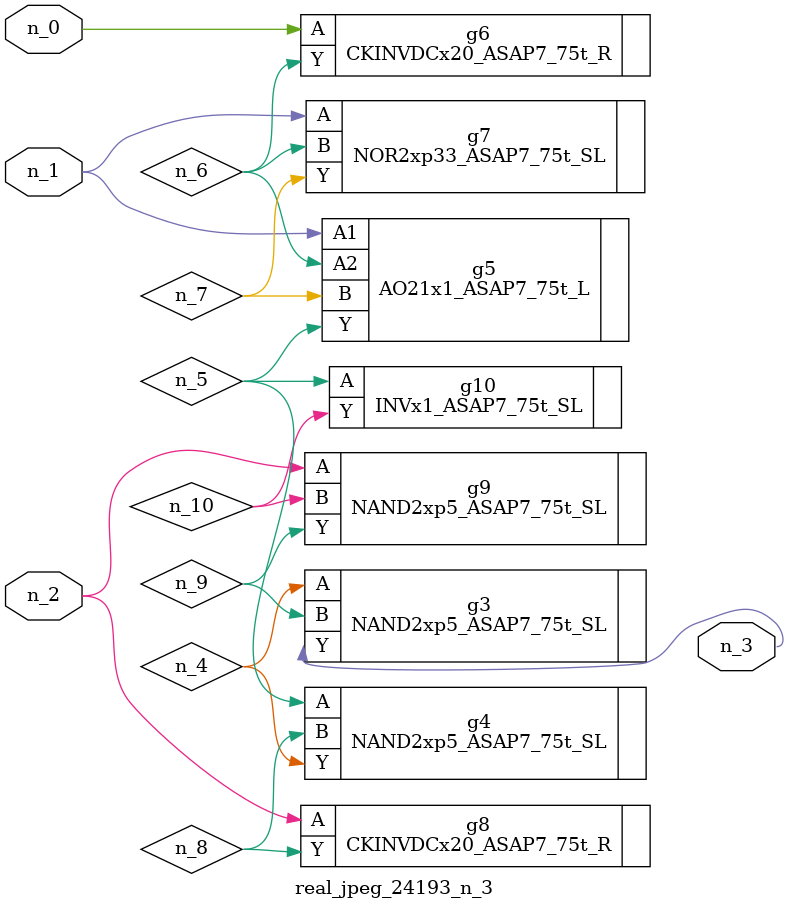
<source format=v>
module real_jpeg_24193_n_3 (n_1, n_0, n_2, n_3);

input n_1;
input n_0;
input n_2;

output n_3;

wire n_5;
wire n_4;
wire n_8;
wire n_6;
wire n_7;
wire n_10;
wire n_9;

CKINVDCx20_ASAP7_75t_R g6 ( 
.A(n_0),
.Y(n_6)
);

AO21x1_ASAP7_75t_L g5 ( 
.A1(n_1),
.A2(n_6),
.B(n_7),
.Y(n_5)
);

NOR2xp33_ASAP7_75t_SL g7 ( 
.A(n_1),
.B(n_6),
.Y(n_7)
);

CKINVDCx20_ASAP7_75t_R g8 ( 
.A(n_2),
.Y(n_8)
);

NAND2xp5_ASAP7_75t_SL g9 ( 
.A(n_2),
.B(n_10),
.Y(n_9)
);

NAND2xp5_ASAP7_75t_SL g3 ( 
.A(n_4),
.B(n_9),
.Y(n_3)
);

NAND2xp5_ASAP7_75t_SL g4 ( 
.A(n_5),
.B(n_8),
.Y(n_4)
);

INVx1_ASAP7_75t_SL g10 ( 
.A(n_5),
.Y(n_10)
);


endmodule
</source>
